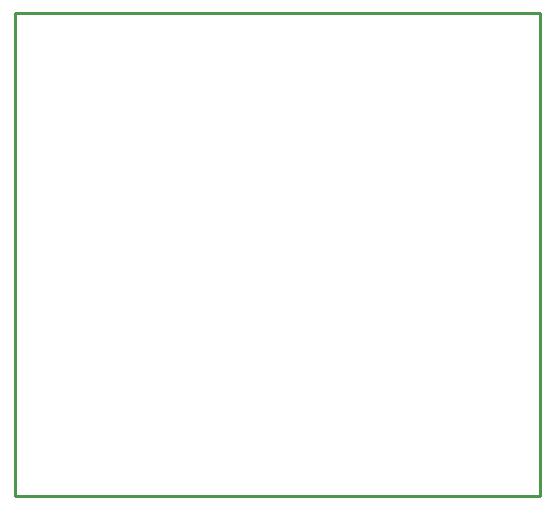
<source format=gm1>
%FSLAX25Y25*%
%MOIN*%
G70*
G01*
G75*
G04 Layer_Color=16711935*
%ADD10C,0.01000*%
%ADD11C,0.07087*%
%ADD12R,0.07087X0.07087*%
%ADD13R,0.14000X0.06800*%
%ADD14O,0.14000X0.06800*%
%ADD15C,0.00787*%
%ADD16C,0.07887*%
%ADD17R,0.07887X0.07887*%
%ADD18R,0.14800X0.07600*%
%ADD19O,0.14800X0.07600*%
D10*
X342000Y138500D02*
Y299500D01*
X517000D01*
Y138500D02*
Y299500D01*
X342000Y138500D02*
X517000D01*
X342000D02*
Y299500D01*
X517000D01*
Y138500D02*
Y299500D01*
X342000Y138500D02*
X517000D01*
M02*

</source>
